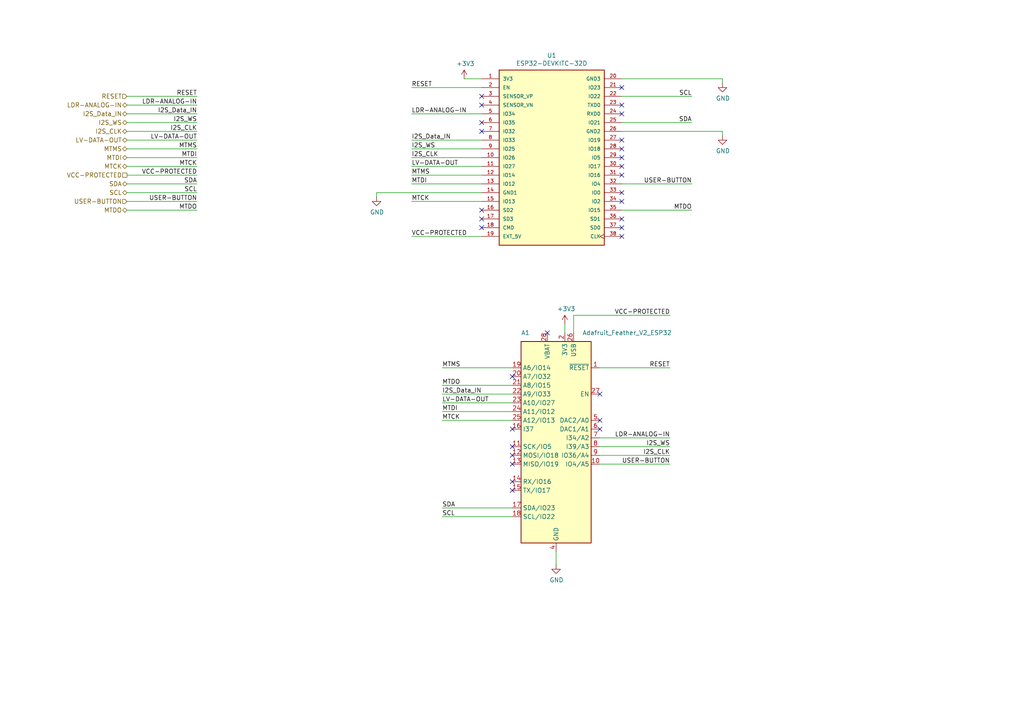
<source format=kicad_sch>
(kicad_sch (version 20211123) (generator eeschema)

  (uuid 92fc86c1-c938-4da6-b453-50182489c2ae)

  (paper "A4")

  (title_block
    (title "Pixelix")
    (date "2022-09-14")
    (rev "2.0")
    (comment 1 "Schneider, Niklas")
  )

  (lib_symbols
    (symbol "ESP32-DEVKITC-32D_new:ESP32-DEVKITC-32D" (pin_names (offset 1.016)) (in_bom yes) (on_board yes)
      (property "Reference" "U" (id 0) (at -15.2654 26.0604 0)
        (effects (font (size 1.27 1.27)) (justify left bottom))
      )
      (property "Value" "ESP32-DEVKITC-32D" (id 1) (at -15.2654 -27.9654 0)
        (effects (font (size 1.27 1.27)) (justify left bottom))
      )
      (property "Footprint" "MODULE_ESP32-DEVKITC-32D" (id 2) (at 0 0 0)
        (effects (font (size 1.27 1.27)) (justify left bottom) hide)
      )
      (property "Datasheet" "" (id 3) (at 0 0 0)
        (effects (font (size 1.27 1.27)) (justify left bottom) hide)
      )
      (property "MANUFACTURER" "Espressif Systems" (id 4) (at 0 0 0)
        (effects (font (size 1.27 1.27)) (justify left bottom) hide)
      )
      (property "PARTREV" "4" (id 5) (at 0 0 0)
        (effects (font (size 1.27 1.27)) (justify left bottom) hide)
      )
      (property "ki_locked" "" (id 6) (at 0 0 0)
        (effects (font (size 1.27 1.27)))
      )
      (symbol "ESP32-DEVKITC-32D_0_0"
        (rectangle (start -15.24 -25.4) (end 15.24 25.4)
          (stroke (width 0.254) (type default) (color 0 0 0 0))
          (fill (type background))
        )
        (pin power_in line (at -20.32 22.86 0) (length 5.08)
          (name "3V3" (effects (font (size 1.016 1.016))))
          (number "1" (effects (font (size 1.016 1.016))))
        )
        (pin bidirectional line (at -20.32 0 0) (length 5.08)
          (name "IO26" (effects (font (size 1.016 1.016))))
          (number "10" (effects (font (size 1.016 1.016))))
        )
        (pin bidirectional line (at -20.32 -2.54 0) (length 5.08)
          (name "IO27" (effects (font (size 1.016 1.016))))
          (number "11" (effects (font (size 1.016 1.016))))
        )
        (pin bidirectional line (at -20.32 -5.08 0) (length 5.08)
          (name "IO14" (effects (font (size 1.016 1.016))))
          (number "12" (effects (font (size 1.016 1.016))))
        )
        (pin bidirectional line (at -20.32 -7.62 0) (length 5.08)
          (name "IO12" (effects (font (size 1.016 1.016))))
          (number "13" (effects (font (size 1.016 1.016))))
        )
        (pin power_in line (at -20.32 -10.16 0) (length 5.08)
          (name "GND1" (effects (font (size 1.016 1.016))))
          (number "14" (effects (font (size 1.016 1.016))))
        )
        (pin bidirectional line (at -20.32 -12.7 0) (length 5.08)
          (name "IO13" (effects (font (size 1.016 1.016))))
          (number "15" (effects (font (size 1.016 1.016))))
        )
        (pin bidirectional line (at -20.32 -15.24 0) (length 5.08)
          (name "SD2" (effects (font (size 1.016 1.016))))
          (number "16" (effects (font (size 1.016 1.016))))
        )
        (pin bidirectional line (at -20.32 -17.78 0) (length 5.08)
          (name "SD3" (effects (font (size 1.016 1.016))))
          (number "17" (effects (font (size 1.016 1.016))))
        )
        (pin bidirectional line (at -20.32 -20.32 0) (length 5.08)
          (name "CMD" (effects (font (size 1.016 1.016))))
          (number "18" (effects (font (size 1.016 1.016))))
        )
        (pin power_in line (at -20.32 -22.86 0) (length 5.08)
          (name "EXT_5V" (effects (font (size 1.016 1.016))))
          (number "19" (effects (font (size 1.016 1.016))))
        )
        (pin input line (at -20.32 20.32 0) (length 5.08)
          (name "EN" (effects (font (size 1.016 1.016))))
          (number "2" (effects (font (size 1.016 1.016))))
        )
        (pin power_in line (at 20.32 22.86 180) (length 5.08)
          (name "GND3" (effects (font (size 1.016 1.016))))
          (number "20" (effects (font (size 1.016 1.016))))
        )
        (pin bidirectional line (at 20.32 20.32 180) (length 5.08)
          (name "IO23" (effects (font (size 1.016 1.016))))
          (number "21" (effects (font (size 1.016 1.016))))
        )
        (pin bidirectional line (at 20.32 17.78 180) (length 5.08)
          (name "IO22" (effects (font (size 1.016 1.016))))
          (number "22" (effects (font (size 1.016 1.016))))
        )
        (pin output line (at 20.32 15.24 180) (length 5.08)
          (name "TXD0" (effects (font (size 1.016 1.016))))
          (number "23" (effects (font (size 1.016 1.016))))
        )
        (pin input line (at 20.32 12.7 180) (length 5.08)
          (name "RXD0" (effects (font (size 1.016 1.016))))
          (number "24" (effects (font (size 1.016 1.016))))
        )
        (pin bidirectional line (at 20.32 10.16 180) (length 5.08)
          (name "IO21" (effects (font (size 1.016 1.016))))
          (number "25" (effects (font (size 1.016 1.016))))
        )
        (pin power_in line (at 20.32 7.62 180) (length 5.08)
          (name "GND2" (effects (font (size 1.016 1.016))))
          (number "26" (effects (font (size 1.016 1.016))))
        )
        (pin bidirectional line (at 20.32 5.08 180) (length 5.08)
          (name "IO19" (effects (font (size 1.016 1.016))))
          (number "27" (effects (font (size 1.016 1.016))))
        )
        (pin bidirectional line (at 20.32 2.54 180) (length 5.08)
          (name "IO18" (effects (font (size 1.016 1.016))))
          (number "28" (effects (font (size 1.016 1.016))))
        )
        (pin bidirectional line (at 20.32 0 180) (length 5.08)
          (name "IO5" (effects (font (size 1.016 1.016))))
          (number "29" (effects (font (size 1.016 1.016))))
        )
        (pin input line (at -20.32 17.78 0) (length 5.08)
          (name "SENSOR_VP" (effects (font (size 1.016 1.016))))
          (number "3" (effects (font (size 1.016 1.016))))
        )
        (pin bidirectional line (at 20.32 -2.54 180) (length 5.08)
          (name "IO17" (effects (font (size 1.016 1.016))))
          (number "30" (effects (font (size 1.016 1.016))))
        )
        (pin bidirectional line (at 20.32 -5.08 180) (length 5.08)
          (name "IO16" (effects (font (size 1.016 1.016))))
          (number "31" (effects (font (size 1.016 1.016))))
        )
        (pin bidirectional line (at 20.32 -7.62 180) (length 5.08)
          (name "IO4" (effects (font (size 1.016 1.016))))
          (number "32" (effects (font (size 1.016 1.016))))
        )
        (pin bidirectional line (at 20.32 -10.16 180) (length 5.08)
          (name "IO0" (effects (font (size 1.016 1.016))))
          (number "33" (effects (font (size 1.016 1.016))))
        )
        (pin bidirectional line (at 20.32 -12.7 180) (length 5.08)
          (name "IO2" (effects (font (size 1.016 1.016))))
          (number "34" (effects (font (size 1.016 1.016))))
        )
        (pin bidirectional line (at 20.32 -15.24 180) (length 5.08)
          (name "IO15" (effects (font (size 1.016 1.016))))
          (number "35" (effects (font (size 1.016 1.016))))
        )
        (pin bidirectional line (at 20.32 -17.78 180) (length 5.08)
          (name "SD1" (effects (font (size 1.016 1.016))))
          (number "36" (effects (font (size 1.016 1.016))))
        )
        (pin bidirectional line (at 20.32 -20.32 180) (length 5.08)
          (name "SD0" (effects (font (size 1.016 1.016))))
          (number "37" (effects (font (size 1.016 1.016))))
        )
        (pin input clock (at 20.32 -22.86 180) (length 5.08)
          (name "CLK" (effects (font (size 1.016 1.016))))
          (number "38" (effects (font (size 1.016 1.016))))
        )
        (pin input line (at -20.32 15.24 0) (length 5.08)
          (name "SENSOR_VN" (effects (font (size 1.016 1.016))))
          (number "4" (effects (font (size 1.016 1.016))))
        )
        (pin bidirectional line (at -20.32 12.7 0) (length 5.08)
          (name "IO34" (effects (font (size 1.016 1.016))))
          (number "5" (effects (font (size 1.016 1.016))))
        )
        (pin bidirectional line (at -20.32 10.16 0) (length 5.08)
          (name "IO35" (effects (font (size 1.016 1.016))))
          (number "6" (effects (font (size 1.016 1.016))))
        )
        (pin bidirectional line (at -20.32 7.62 0) (length 5.08)
          (name "IO32" (effects (font (size 1.016 1.016))))
          (number "7" (effects (font (size 1.016 1.016))))
        )
        (pin bidirectional line (at -20.32 5.08 0) (length 5.08)
          (name "IO33" (effects (font (size 1.016 1.016))))
          (number "8" (effects (font (size 1.016 1.016))))
        )
        (pin bidirectional line (at -20.32 2.54 0) (length 5.08)
          (name "IO25" (effects (font (size 1.016 1.016))))
          (number "9" (effects (font (size 1.016 1.016))))
        )
      )
    )
    (symbol "MCU_Module_Project:Adafruit_Feather_V2_ESP32" (in_bom yes) (on_board yes)
      (property "Reference" "A" (id 0) (at -10.16 29.21 0)
        (effects (font (size 1.27 1.27)) (justify left))
      )
      (property "Value" "Adafruit_Feather_V2_ESP32" (id 1) (at 7.62 29.21 0)
        (effects (font (size 1.27 1.27)) (justify left))
      )
      (property "Footprint" "Module:Adafruit_Feather" (id 2) (at 2.54 -34.29 0)
        (effects (font (size 1.27 1.27)) (justify left) hide)
      )
      (property "Datasheet" "https://cdn-learn.adafruit.com/downloads/pdf/adafruit-esp32-feather-v2.pdf" (id 3) (at 0 -30.48 0)
        (effects (font (size 1.27 1.27)) hide)
      )
      (property "ki_keywords" "Adafruit feather microcontroller module USB" (id 4) (at 0 0 0)
        (effects (font (size 1.27 1.27)) hide)
      )
      (property "ki_description" "Microcontroller module with ESP32 MCU" (id 5) (at 0 0 0)
        (effects (font (size 1.27 1.27)) hide)
      )
      (property "ki_fp_filters" "Adafruit*Feather*" (id 6) (at 0 0 0)
        (effects (font (size 1.27 1.27)) hide)
      )
      (symbol "Adafruit_Feather_V2_ESP32_0_1"
        (rectangle (start -10.16 27.94) (end 10.16 -30.48)
          (stroke (width 0.254) (type default) (color 0 0 0 0))
          (fill (type background))
        )
      )
      (symbol "Adafruit_Feather_V2_ESP32_1_1"
        (pin input line (at 12.7 20.32 180) (length 2.54)
          (name "~{RESET}" (effects (font (size 1.27 1.27))))
          (number "1" (effects (font (size 1.27 1.27))))
        )
        (pin bidirectional line (at 12.7 -7.62 180) (length 2.54)
          (name "IO4/A5" (effects (font (size 1.27 1.27))))
          (number "10" (effects (font (size 1.27 1.27))))
        )
        (pin bidirectional line (at -12.7 -2.54 0) (length 2.54)
          (name "SCK/IO5" (effects (font (size 1.27 1.27))))
          (number "11" (effects (font (size 1.27 1.27))))
        )
        (pin bidirectional line (at -12.7 -5.08 0) (length 2.54)
          (name "MOSI/IO18" (effects (font (size 1.27 1.27))))
          (number "12" (effects (font (size 1.27 1.27))))
        )
        (pin bidirectional line (at -12.7 -7.62 0) (length 2.54)
          (name "MISO/IO19" (effects (font (size 1.27 1.27))))
          (number "13" (effects (font (size 1.27 1.27))))
        )
        (pin bidirectional line (at -12.7 -12.7 0) (length 2.54)
          (name "RX/IO16" (effects (font (size 1.27 1.27))))
          (number "14" (effects (font (size 1.27 1.27))))
        )
        (pin bidirectional line (at -12.7 -15.24 0) (length 2.54)
          (name "TX/IO17" (effects (font (size 1.27 1.27))))
          (number "15" (effects (font (size 1.27 1.27))))
        )
        (pin bidirectional line (at -12.7 2.54 0) (length 2.54)
          (name "I37" (effects (font (size 1.27 1.27))))
          (number "16" (effects (font (size 1.27 1.27))))
        )
        (pin bidirectional line (at -12.7 -20.32 0) (length 2.54)
          (name "SDA/IO23" (effects (font (size 1.27 1.27))))
          (number "17" (effects (font (size 1.27 1.27))))
        )
        (pin bidirectional line (at -12.7 -22.86 0) (length 2.54)
          (name "SCL/IO22" (effects (font (size 1.27 1.27))))
          (number "18" (effects (font (size 1.27 1.27))))
        )
        (pin bidirectional line (at -12.7 20.32 0) (length 2.54)
          (name "A6/IO14" (effects (font (size 1.27 1.27))))
          (number "19" (effects (font (size 1.27 1.27))))
        )
        (pin power_in line (at 2.54 30.48 270) (length 2.54)
          (name "3V3" (effects (font (size 1.27 1.27))))
          (number "2" (effects (font (size 1.27 1.27))))
        )
        (pin bidirectional line (at -12.7 17.78 0) (length 2.54)
          (name "A7/IO32" (effects (font (size 1.27 1.27))))
          (number "20" (effects (font (size 1.27 1.27))))
        )
        (pin bidirectional line (at -12.7 15.24 0) (length 2.54)
          (name "A8/IO15" (effects (font (size 1.27 1.27))))
          (number "21" (effects (font (size 1.27 1.27))))
        )
        (pin bidirectional line (at -12.7 12.7 0) (length 2.54)
          (name "A9/IO33" (effects (font (size 1.27 1.27))))
          (number "22" (effects (font (size 1.27 1.27))))
        )
        (pin bidirectional line (at -12.7 10.16 0) (length 2.54)
          (name "A10/IO27" (effects (font (size 1.27 1.27))))
          (number "23" (effects (font (size 1.27 1.27))))
        )
        (pin bidirectional line (at -12.7 7.62 0) (length 2.54)
          (name "A11/IO12" (effects (font (size 1.27 1.27))))
          (number "24" (effects (font (size 1.27 1.27))))
        )
        (pin bidirectional line (at -12.7 5.08 0) (length 2.54)
          (name "A12/IO13" (effects (font (size 1.27 1.27))))
          (number "25" (effects (font (size 1.27 1.27))))
        )
        (pin power_in line (at 5.08 30.48 270) (length 2.54)
          (name "USB" (effects (font (size 1.27 1.27))))
          (number "26" (effects (font (size 1.27 1.27))))
        )
        (pin input line (at 12.7 12.7 180) (length 2.54)
          (name "EN" (effects (font (size 1.27 1.27))))
          (number "27" (effects (font (size 1.27 1.27))))
        )
        (pin power_in line (at -2.54 30.48 270) (length 2.54)
          (name "VBAT" (effects (font (size 1.27 1.27))))
          (number "28" (effects (font (size 1.27 1.27))))
        )
        (pin no_connect line (at 10.16 10.16 180) (length 2.54) hide
          (name "NC" (effects (font (size 1.27 1.27))))
          (number "3" (effects (font (size 1.27 1.27))))
        )
        (pin power_in line (at 0 -33.02 90) (length 2.54)
          (name "GND" (effects (font (size 1.27 1.27))))
          (number "4" (effects (font (size 1.27 1.27))))
        )
        (pin bidirectional line (at 12.7 5.08 180) (length 2.54)
          (name "DAC2/A0" (effects (font (size 1.27 1.27))))
          (number "5" (effects (font (size 1.27 1.27))))
        )
        (pin bidirectional line (at 12.7 2.54 180) (length 2.54)
          (name "DAC1/A1" (effects (font (size 1.27 1.27))))
          (number "6" (effects (font (size 1.27 1.27))))
        )
        (pin bidirectional line (at 12.7 0 180) (length 2.54)
          (name "I34/A2" (effects (font (size 1.27 1.27))))
          (number "7" (effects (font (size 1.27 1.27))))
        )
        (pin bidirectional line (at 12.7 -2.54 180) (length 2.54)
          (name "I39/A3" (effects (font (size 1.27 1.27))))
          (number "8" (effects (font (size 1.27 1.27))))
        )
        (pin bidirectional line (at 12.7 -5.08 180) (length 2.54)
          (name "IO36/A4" (effects (font (size 1.27 1.27))))
          (number "9" (effects (font (size 1.27 1.27))))
        )
      )
    )
    (symbol "power:+3V3" (power) (pin_names (offset 0)) (in_bom yes) (on_board yes)
      (property "Reference" "#PWR" (id 0) (at 0 -3.81 0)
        (effects (font (size 1.27 1.27)) hide)
      )
      (property "Value" "+3V3" (id 1) (at 0 3.556 0)
        (effects (font (size 1.27 1.27)))
      )
      (property "Footprint" "" (id 2) (at 0 0 0)
        (effects (font (size 1.27 1.27)) hide)
      )
      (property "Datasheet" "" (id 3) (at 0 0 0)
        (effects (font (size 1.27 1.27)) hide)
      )
      (property "ki_keywords" "power-flag" (id 4) (at 0 0 0)
        (effects (font (size 1.27 1.27)) hide)
      )
      (property "ki_description" "Power symbol creates a global label with name \"+3V3\"" (id 5) (at 0 0 0)
        (effects (font (size 1.27 1.27)) hide)
      )
      (symbol "+3V3_0_1"
        (polyline
          (pts
            (xy -0.762 1.27)
            (xy 0 2.54)
          )
          (stroke (width 0) (type default) (color 0 0 0 0))
          (fill (type none))
        )
        (polyline
          (pts
            (xy 0 0)
            (xy 0 2.54)
          )
          (stroke (width 0) (type default) (color 0 0 0 0))
          (fill (type none))
        )
        (polyline
          (pts
            (xy 0 2.54)
            (xy 0.762 1.27)
          )
          (stroke (width 0) (type default) (color 0 0 0 0))
          (fill (type none))
        )
      )
      (symbol "+3V3_1_1"
        (pin power_in line (at 0 0 90) (length 0) hide
          (name "+3V3" (effects (font (size 1.27 1.27))))
          (number "1" (effects (font (size 1.27 1.27))))
        )
      )
    )
    (symbol "power:GND" (power) (pin_names (offset 0)) (in_bom yes) (on_board yes)
      (property "Reference" "#PWR" (id 0) (at 0 -6.35 0)
        (effects (font (size 1.27 1.27)) hide)
      )
      (property "Value" "GND" (id 1) (at 0 -3.81 0)
        (effects (font (size 1.27 1.27)))
      )
      (property "Footprint" "" (id 2) (at 0 0 0)
        (effects (font (size 1.27 1.27)) hide)
      )
      (property "Datasheet" "" (id 3) (at 0 0 0)
        (effects (font (size 1.27 1.27)) hide)
      )
      (property "ki_keywords" "power-flag" (id 4) (at 0 0 0)
        (effects (font (size 1.27 1.27)) hide)
      )
      (property "ki_description" "Power symbol creates a global label with name \"GND\" , ground" (id 5) (at 0 0 0)
        (effects (font (size 1.27 1.27)) hide)
      )
      (symbol "GND_0_1"
        (polyline
          (pts
            (xy 0 0)
            (xy 0 -1.27)
            (xy 1.27 -1.27)
            (xy 0 -2.54)
            (xy -1.27 -1.27)
            (xy 0 -1.27)
          )
          (stroke (width 0) (type default) (color 0 0 0 0))
          (fill (type none))
        )
      )
      (symbol "GND_1_1"
        (pin power_in line (at 0 0 270) (length 0) hide
          (name "GND" (effects (font (size 1.27 1.27))))
          (number "1" (effects (font (size 1.27 1.27))))
        )
      )
    )
  )


  (no_connect (at 180.34 33.02) (uuid 04ca1e89-7c5d-4408-912f-8dfa11c34742))
  (no_connect (at 139.7 66.04) (uuid 14cc674a-e71f-42c1-8996-e3d1c10b4388))
  (no_connect (at 148.59 132.08) (uuid 1c2bb362-c5d1-47b4-ba3a-18061cedd258))
  (no_connect (at 173.99 114.3) (uuid 1ceccdfe-725a-461d-936b-211534a84e06))
  (no_connect (at 180.34 50.8) (uuid 2b70e678-7806-4679-9ac4-c564289379f8))
  (no_connect (at 180.34 63.5) (uuid 2d03b6c5-0e7a-4331-a324-5aa9af74055a))
  (no_connect (at 148.59 139.7) (uuid 3724e910-4ee5-4a07-aea9-c8dd86ec4314))
  (no_connect (at 180.34 58.42) (uuid 387658b2-a7a4-411c-9b77-fe33279dadb2))
  (no_connect (at 139.7 30.48) (uuid 3bd45bf6-1ffb-446b-938b-00d101972b73))
  (no_connect (at 180.34 66.04) (uuid 3c67a3db-995c-4d43-aa47-dc779df5b4ac))
  (no_connect (at 173.99 121.92) (uuid 40e95ff3-f410-4bd7-ba28-7bf9188a12e4))
  (no_connect (at 173.99 124.46) (uuid 40e95ff3-f410-4bd7-ba28-7bf9188a12e5))
  (no_connect (at 180.34 55.88) (uuid 43c94fa6-e915-42b8-bff8-577e3d0a7174))
  (no_connect (at 139.7 60.96) (uuid 50f47e45-6bd5-44e1-b720-905518236788))
  (no_connect (at 180.34 30.48) (uuid 5657fe23-b45d-47d4-b7bb-a372fed3830b))
  (no_connect (at 139.7 63.5) (uuid 6474abbe-723e-4810-bc21-f071cdf93c1d))
  (no_connect (at 139.7 27.94) (uuid 6f86e8ea-6883-48f2-a6b4-6bcccc653b3d))
  (no_connect (at 139.7 35.56) (uuid 8c22cddb-eeff-4baa-b944-0ddfca607719))
  (no_connect (at 148.59 109.22) (uuid 8fcd7bac-8660-4024-8ce3-3a1d69f24818))
  (no_connect (at 180.34 48.26) (uuid 9ca25690-4a5c-4133-8f73-fb791ffc6c73))
  (no_connect (at 148.59 124.46) (uuid 9d948440-30be-4aac-81f9-a891c5254093))
  (no_connect (at 180.34 45.72) (uuid b67a689b-6266-42fb-9b64-b8c4433eb93f))
  (no_connect (at 148.59 134.62) (uuid b7200f00-7440-4b1f-a87b-38fe39dae948))
  (no_connect (at 148.59 129.54) (uuid bf28b518-8fd4-42d3-9495-651c365eee20))
  (no_connect (at 148.59 142.24) (uuid c0822ada-510a-48b9-9b39-1595bec03442))
  (no_connect (at 180.34 43.18) (uuid cd9b81a2-b79a-4244-9ac0-c62e254036a3))
  (no_connect (at 139.7 38.1) (uuid d29f5640-8cc0-4562-ad08-b8058402a8c8))
  (no_connect (at 158.75 96.52) (uuid d9734f12-1363-451c-b51b-d044389d1332))
  (no_connect (at 180.34 68.58) (uuid da997e41-bfb2-45c4-8d70-84c56750ade2))
  (no_connect (at 180.34 40.64) (uuid e15e244f-337b-4568-afba-cb48208e8855))
  (no_connect (at 180.34 25.4) (uuid f9032590-fd04-446e-ab06-2a94c8103de7))

  (wire (pts (xy 57.15 60.96) (xy 36.83 60.96))
    (stroke (width 0) (type default) (color 0 0 0 0))
    (uuid 1285a37f-41b7-46ca-80f7-915e77e0e01f)
  )
  (wire (pts (xy 128.27 121.92) (xy 148.59 121.92))
    (stroke (width 0) (type default) (color 0 0 0 0))
    (uuid 14604585-0846-4992-9ac2-19f9894160e8)
  )
  (wire (pts (xy 139.7 58.42) (xy 119.38 58.42))
    (stroke (width 0) (type default) (color 0 0 0 0))
    (uuid 159d10ae-3d84-4d21-a312-e42d84463192)
  )
  (wire (pts (xy 200.66 35.56) (xy 180.34 35.56))
    (stroke (width 0) (type default) (color 0 0 0 0))
    (uuid 1993bbe8-e6b2-440f-9001-e94fa0a7805a)
  )
  (wire (pts (xy 57.15 55.88) (xy 36.83 55.88))
    (stroke (width 0) (type default) (color 0 0 0 0))
    (uuid 1b758806-ee8a-4331-9306-b4ad85001704)
  )
  (wire (pts (xy 148.59 114.3) (xy 128.27 114.3))
    (stroke (width 0) (type default) (color 0 0 0 0))
    (uuid 1c648539-eae2-4180-8763-c4fb1ccee44c)
  )
  (wire (pts (xy 166.37 91.44) (xy 166.37 96.52))
    (stroke (width 0) (type default) (color 0 0 0 0))
    (uuid 25ec060d-1055-47ee-8353-248e0a0bf110)
  )
  (wire (pts (xy 128.27 119.38) (xy 148.59 119.38))
    (stroke (width 0) (type default) (color 0 0 0 0))
    (uuid 2958d1c2-5e95-40c2-a135-143db5d0f837)
  )
  (wire (pts (xy 139.7 50.8) (xy 119.38 50.8))
    (stroke (width 0) (type default) (color 0 0 0 0))
    (uuid 2c1768f4-d5af-4b67-9275-3ef489ddd821)
  )
  (wire (pts (xy 57.15 45.72) (xy 36.83 45.72))
    (stroke (width 0) (type default) (color 0 0 0 0))
    (uuid 2e074083-07c5-46ae-90c0-d513c17047b7)
  )
  (wire (pts (xy 57.15 58.42) (xy 36.83 58.42))
    (stroke (width 0) (type default) (color 0 0 0 0))
    (uuid 3456194f-745c-4a39-a0fd-fb7c42121b52)
  )
  (wire (pts (xy 139.7 25.4) (xy 119.38 25.4))
    (stroke (width 0) (type default) (color 0 0 0 0))
    (uuid 376a20bc-00e4-4fec-a45a-3010ad460297)
  )
  (wire (pts (xy 57.15 30.48) (xy 36.83 30.48))
    (stroke (width 0) (type default) (color 0 0 0 0))
    (uuid 38834d9d-fa89-43c9-969d-cd7045771d53)
  )
  (wire (pts (xy 57.15 50.8) (xy 36.83 50.8))
    (stroke (width 0) (type default) (color 0 0 0 0))
    (uuid 3a1184de-39da-456d-a308-e8574cd2fa59)
  )
  (wire (pts (xy 209.55 24.13) (xy 209.55 22.86))
    (stroke (width 0) (type default) (color 0 0 0 0))
    (uuid 3b3cfa17-d6ac-46c1-b6c1-6a4067b2d1f3)
  )
  (wire (pts (xy 166.37 91.44) (xy 194.31 91.44))
    (stroke (width 0) (type default) (color 0 0 0 0))
    (uuid 3f248ae9-d532-4f39-8cf4-002736534383)
  )
  (wire (pts (xy 139.7 43.18) (xy 119.38 43.18))
    (stroke (width 0) (type default) (color 0 0 0 0))
    (uuid 496b2836-ffb3-4594-b2fd-a051b962befe)
  )
  (wire (pts (xy 200.66 53.34) (xy 180.34 53.34))
    (stroke (width 0) (type default) (color 0 0 0 0))
    (uuid 4a75fde4-ea80-4838-b6b2-42d27d0eb1fc)
  )
  (wire (pts (xy 139.7 33.02) (xy 119.38 33.02))
    (stroke (width 0) (type default) (color 0 0 0 0))
    (uuid 50ba84ce-707f-4cdc-9745-a631931dad61)
  )
  (wire (pts (xy 57.15 43.18) (xy 36.83 43.18))
    (stroke (width 0) (type default) (color 0 0 0 0))
    (uuid 552ee70e-ad86-4afe-a532-e91f5d0b55de)
  )
  (wire (pts (xy 57.15 35.56) (xy 36.83 35.56))
    (stroke (width 0) (type default) (color 0 0 0 0))
    (uuid 557139ee-5b6f-4998-8667-ec3025aefd8d)
  )
  (wire (pts (xy 128.27 147.32) (xy 148.59 147.32))
    (stroke (width 0) (type default) (color 0 0 0 0))
    (uuid 61e04839-2c24-4920-815d-03e7e4e62782)
  )
  (wire (pts (xy 128.27 111.76) (xy 148.59 111.76))
    (stroke (width 0) (type default) (color 0 0 0 0))
    (uuid 6215e4fb-5af7-4a33-8752-287806ed6fbb)
  )
  (wire (pts (xy 194.31 134.62) (xy 173.99 134.62))
    (stroke (width 0) (type default) (color 0 0 0 0))
    (uuid 64f00d1b-b00d-4de5-b9c9-61f47a6fb993)
  )
  (wire (pts (xy 109.22 57.15) (xy 109.22 55.88))
    (stroke (width 0) (type default) (color 0 0 0 0))
    (uuid 68408cb1-0f6c-4978-b94b-063167f9ba38)
  )
  (wire (pts (xy 209.55 39.37) (xy 209.55 38.1))
    (stroke (width 0) (type default) (color 0 0 0 0))
    (uuid 6afa334a-43af-403e-83f1-437719566348)
  )
  (wire (pts (xy 57.15 48.26) (xy 36.83 48.26))
    (stroke (width 0) (type default) (color 0 0 0 0))
    (uuid 6bca6c63-3599-4fe7-8cca-d982212e6e6a)
  )
  (wire (pts (xy 57.15 27.94) (xy 36.83 27.94))
    (stroke (width 0) (type default) (color 0 0 0 0))
    (uuid 7b5d607a-8ea2-40fb-97d3-ce884528a17b)
  )
  (wire (pts (xy 139.7 45.72) (xy 119.38 45.72))
    (stroke (width 0) (type default) (color 0 0 0 0))
    (uuid 7d2d2409-72ad-4218-8aff-e75d4979c533)
  )
  (wire (pts (xy 163.83 93.98) (xy 163.83 96.52))
    (stroke (width 0) (type default) (color 0 0 0 0))
    (uuid 85f58bf0-def5-4da6-9f63-7fb8ce59cf9d)
  )
  (wire (pts (xy 209.55 38.1) (xy 180.34 38.1))
    (stroke (width 0) (type default) (color 0 0 0 0))
    (uuid 87b43059-ffcf-4275-ac5c-182bd00c2660)
  )
  (wire (pts (xy 134.62 22.86) (xy 139.7 22.86))
    (stroke (width 0) (type default) (color 0 0 0 0))
    (uuid 8fcdd999-0d57-463c-8c09-fd6c8c01e6a9)
  )
  (wire (pts (xy 57.15 38.1) (xy 36.83 38.1))
    (stroke (width 0) (type default) (color 0 0 0 0))
    (uuid 94748657-3a6d-4d2b-84dc-1ade6e2ee586)
  )
  (wire (pts (xy 200.66 60.96) (xy 180.34 60.96))
    (stroke (width 0) (type default) (color 0 0 0 0))
    (uuid 94d98ebe-8494-43fa-8800-4b50d924de38)
  )
  (wire (pts (xy 194.31 132.08) (xy 173.99 132.08))
    (stroke (width 0) (type default) (color 0 0 0 0))
    (uuid 96d0f640-0ab1-43ba-af35-8b986b6469ee)
  )
  (wire (pts (xy 128.27 116.84) (xy 148.59 116.84))
    (stroke (width 0) (type default) (color 0 0 0 0))
    (uuid 96e9793c-5ac7-491b-b9fe-ea1c92f3290a)
  )
  (wire (pts (xy 139.7 48.26) (xy 119.38 48.26))
    (stroke (width 0) (type default) (color 0 0 0 0))
    (uuid 9c9f6838-623e-4c93-b412-d60b358aa194)
  )
  (wire (pts (xy 57.15 40.64) (xy 36.83 40.64))
    (stroke (width 0) (type default) (color 0 0 0 0))
    (uuid 9fe36b4b-7f4c-4096-a3f5-750f30290ab6)
  )
  (wire (pts (xy 109.22 55.88) (xy 139.7 55.88))
    (stroke (width 0) (type default) (color 0 0 0 0))
    (uuid a509efe6-fedc-4b61-9780-7d51f422aede)
  )
  (wire (pts (xy 139.7 40.64) (xy 119.38 40.64))
    (stroke (width 0) (type default) (color 0 0 0 0))
    (uuid b17d6ac8-4686-4a66-a8c8-e3b26724d477)
  )
  (wire (pts (xy 173.99 127) (xy 194.31 127))
    (stroke (width 0) (type default) (color 0 0 0 0))
    (uuid b4b7d9ca-7f3a-4f02-8aac-807d78f60254)
  )
  (wire (pts (xy 128.27 106.68) (xy 148.59 106.68))
    (stroke (width 0) (type default) (color 0 0 0 0))
    (uuid ce0b3f9d-a1a2-4662-af20-eca8d109cba3)
  )
  (wire (pts (xy 209.55 22.86) (xy 180.34 22.86))
    (stroke (width 0) (type default) (color 0 0 0 0))
    (uuid d12b702f-5b15-4f7d-b37f-8091f914b4ba)
  )
  (wire (pts (xy 139.7 53.34) (xy 119.38 53.34))
    (stroke (width 0) (type default) (color 0 0 0 0))
    (uuid d274ee6b-0d8a-42f0-8448-0feb0df375dd)
  )
  (wire (pts (xy 161.29 160.02) (xy 161.29 163.83))
    (stroke (width 0) (type default) (color 0 0 0 0))
    (uuid d3eab2a2-2ab8-433f-a410-338e14a37679)
  )
  (wire (pts (xy 57.15 53.34) (xy 36.83 53.34))
    (stroke (width 0) (type default) (color 0 0 0 0))
    (uuid d76d6a81-14ca-478a-9546-0a9ddfefd643)
  )
  (wire (pts (xy 194.31 106.68) (xy 173.99 106.68))
    (stroke (width 0) (type default) (color 0 0 0 0))
    (uuid d827e854-da27-4f25-b3ff-064cfa683378)
  )
  (wire (pts (xy 194.31 129.54) (xy 173.99 129.54))
    (stroke (width 0) (type default) (color 0 0 0 0))
    (uuid dfae87f1-5fd9-42df-a846-913525c78fd3)
  )
  (wire (pts (xy 200.66 27.94) (xy 180.34 27.94))
    (stroke (width 0) (type default) (color 0 0 0 0))
    (uuid eb19241e-6cbd-401a-8a2c-ff6fad9e7312)
  )
  (wire (pts (xy 57.15 33.02) (xy 36.83 33.02))
    (stroke (width 0) (type default) (color 0 0 0 0))
    (uuid edf70542-eed2-4f36-a964-011c2cf5c969)
  )
  (wire (pts (xy 139.7 68.58) (xy 119.38 68.58))
    (stroke (width 0) (type default) (color 0 0 0 0))
    (uuid ee66e083-192c-4531-9aca-1042203c45d4)
  )
  (wire (pts (xy 128.27 149.86) (xy 148.59 149.86))
    (stroke (width 0) (type default) (color 0 0 0 0))
    (uuid f331446d-1c55-4033-aaba-8fbff200de51)
  )

  (label "MTMS" (at 119.38 50.8 0)
    (effects (font (size 1.27 1.27)) (justify left bottom))
    (uuid 0465767d-150e-4b66-9613-0a233021109c)
  )
  (label "I2S_CLK" (at 194.31 132.08 180)
    (effects (font (size 1.27 1.27)) (justify right bottom))
    (uuid 060fae67-b9cc-441c-937b-a9a3c590b351)
  )
  (label "MTCK" (at 128.27 121.92 0)
    (effects (font (size 1.27 1.27)) (justify left bottom))
    (uuid 0645fbe1-ed6b-4a78-a160-c9b13571f1a1)
  )
  (label "LDR-ANALOG-IN" (at 57.15 30.48 180)
    (effects (font (size 1.27 1.27)) (justify right bottom))
    (uuid 0e2ed4a3-c1d2-4459-b2a9-e54217e2be7d)
  )
  (label "SDA" (at 128.27 147.32 0)
    (effects (font (size 1.27 1.27)) (justify left bottom))
    (uuid 1809a0c5-f820-4670-9fa5-541e76dca861)
  )
  (label "RESET" (at 194.31 106.68 180)
    (effects (font (size 1.27 1.27)) (justify right bottom))
    (uuid 19717edf-270f-4bbf-ba8d-eceedce59647)
  )
  (label "I2S_Data_IN" (at 57.15 33.02 180)
    (effects (font (size 1.27 1.27)) (justify right bottom))
    (uuid 1e314b3c-0aac-4648-9bac-8edbbf16ca35)
  )
  (label "MTCK" (at 119.38 58.42 0)
    (effects (font (size 1.27 1.27)) (justify left bottom))
    (uuid 297e7e34-369d-4b1e-9103-a81d128aebc2)
  )
  (label "I2S_Data_IN" (at 128.27 114.3 0)
    (effects (font (size 1.27 1.27)) (justify left bottom))
    (uuid 2a48aa64-4351-45ae-aa07-9c33fc233226)
  )
  (label "MTMS" (at 128.27 106.68 0)
    (effects (font (size 1.27 1.27)) (justify left bottom))
    (uuid 387c8e5e-5abe-4822-924a-23c438ff131a)
  )
  (label "I2S_CLK" (at 57.15 38.1 180)
    (effects (font (size 1.27 1.27)) (justify right bottom))
    (uuid 39dc8803-c497-4727-85fc-f85a70e80606)
  )
  (label "RESET" (at 119.38 25.4 0)
    (effects (font (size 1.27 1.27)) (justify left bottom))
    (uuid 3a9ec6f5-42c9-460b-a3c4-658a3b198791)
  )
  (label "MTDO" (at 57.15 60.96 180)
    (effects (font (size 1.27 1.27)) (justify right bottom))
    (uuid 3e0d5127-db3e-4821-94e1-ba8f97b66cff)
  )
  (label "MTDO" (at 200.66 60.96 180)
    (effects (font (size 1.27 1.27)) (justify right bottom))
    (uuid 505301f9-1143-4888-9334-3253b0038db2)
  )
  (label "I2S_CLK" (at 119.38 45.72 0)
    (effects (font (size 1.27 1.27)) (justify left bottom))
    (uuid 555426f4-f454-4109-984c-f2ffd16d7960)
  )
  (label "LDR-ANALOG-IN" (at 194.31 127 180)
    (effects (font (size 1.27 1.27)) (justify right bottom))
    (uuid 607b5489-87ee-4e13-aa70-8562a43ba15d)
  )
  (label "SDA" (at 200.66 35.56 180)
    (effects (font (size 1.27 1.27)) (justify right bottom))
    (uuid 672ee9a9-7ce6-4ed0-9c0b-a8e763e92c94)
  )
  (label "I2S_Data_IN" (at 119.38 40.64 0)
    (effects (font (size 1.27 1.27)) (justify left bottom))
    (uuid 700d0969-72d8-4906-84b8-a51b4dde7510)
  )
  (label "MTDI" (at 119.38 53.34 0)
    (effects (font (size 1.27 1.27)) (justify left bottom))
    (uuid 7a6630c0-62ed-413c-8fc3-06e81f6c1142)
  )
  (label "LV-DATA-OUT" (at 119.38 48.26 0)
    (effects (font (size 1.27 1.27)) (justify left bottom))
    (uuid 7a8e9cfc-d025-4700-9542-a935d1e1349a)
  )
  (label "MTDI" (at 128.27 119.38 0)
    (effects (font (size 1.27 1.27)) (justify left bottom))
    (uuid 7de9cc73-df06-401e-8b9b-35efcfc68334)
  )
  (label "USER-BUTTON" (at 57.15 58.42 180)
    (effects (font (size 1.27 1.27)) (justify right bottom))
    (uuid 8087a4f2-7c34-4330-8e6f-fc7362d381cc)
  )
  (label "SDA" (at 57.15 53.34 180)
    (effects (font (size 1.27 1.27)) (justify right bottom))
    (uuid 928d6c0b-d0de-49f6-9749-2bf0a1d69933)
  )
  (label "VCC-PROTECTED" (at 194.31 91.44 180)
    (effects (font (size 1.27 1.27)) (justify right bottom))
    (uuid 978533c2-c5a5-4ceb-87aa-35cfca833ac9)
  )
  (label "MTMS" (at 57.15 43.18 180)
    (effects (font (size 1.27 1.27)) (justify right bottom))
    (uuid 993a2e26-7dcb-441c-a320-517473212cf3)
  )
  (label "VCC-PROTECTED" (at 119.38 68.58 0)
    (effects (font (size 1.27 1.27)) (justify left bottom))
    (uuid a115fc9a-6fb4-4a73-91f7-2b54409f6cde)
  )
  (label "MTDO" (at 128.27 111.76 0)
    (effects (font (size 1.27 1.27)) (justify left bottom))
    (uuid acaa12eb-4426-407c-9d9c-57326e909103)
  )
  (label "USER-BUTTON" (at 200.66 53.34 180)
    (effects (font (size 1.27 1.27)) (justify right bottom))
    (uuid b3f59e9b-42bb-43bc-b4ac-077e6080b1fd)
  )
  (label "I2S_WS" (at 194.31 129.54 180)
    (effects (font (size 1.27 1.27)) (justify right bottom))
    (uuid c1ac7c1e-e4ed-4afa-9e94-4e335b1975ee)
  )
  (label "MTDI" (at 57.15 45.72 180)
    (effects (font (size 1.27 1.27)) (justify right bottom))
    (uuid c3914bd8-a200-4bae-910e-a299a5fabc64)
  )
  (label "I2S_WS" (at 57.15 35.56 180)
    (effects (font (size 1.27 1.27)) (justify right bottom))
    (uuid c66c5030-4528-4540-9bb8-412470580473)
  )
  (label "LV-DATA-OUT" (at 57.15 40.64 180)
    (effects (font (size 1.27 1.27)) (justify right bottom))
    (uuid c795db49-73ea-4c13-8bce-7fa792b11476)
  )
  (label "SCL" (at 200.66 27.94 180)
    (effects (font (size 1.27 1.27)) (justify right bottom))
    (uuid c9d2d6f3-f664-43fc-be24-b6af81f26374)
  )
  (label "SCL" (at 128.27 149.86 0)
    (effects (font (size 1.27 1.27)) (justify left bottom))
    (uuid ce923fb0-93d6-48f0-a3da-3c5a1b280269)
  )
  (label "LDR-ANALOG-IN" (at 119.38 33.02 0)
    (effects (font (size 1.27 1.27)) (justify left bottom))
    (uuid d59af310-5adb-4481-a638-bfce847fe58d)
  )
  (label "VCC-PROTECTED" (at 57.15 50.8 180)
    (effects (font (size 1.27 1.27)) (justify right bottom))
    (uuid d7d17a9d-b554-4f08-859c-c565d22eea36)
  )
  (label "MTCK" (at 57.15 48.26 180)
    (effects (font (size 1.27 1.27)) (justify right bottom))
    (uuid deb5ff00-2452-410d-9a92-ec8cac430f84)
  )
  (label "SCL" (at 57.15 55.88 180)
    (effects (font (size 1.27 1.27)) (justify right bottom))
    (uuid e23d691d-bb7c-4932-9f19-06dbd3eed963)
  )
  (label "I2S_WS" (at 119.38 43.18 0)
    (effects (font (size 1.27 1.27)) (justify left bottom))
    (uuid e535a70c-5bb6-404a-952e-b61d14b4a727)
  )
  (label "RESET" (at 57.15 27.94 180)
    (effects (font (size 1.27 1.27)) (justify right bottom))
    (uuid e780091c-31a5-41b5-8570-a28d94957a18)
  )
  (label "LV-DATA-OUT" (at 128.27 116.84 0)
    (effects (font (size 1.27 1.27)) (justify left bottom))
    (uuid ec90750a-9c20-4119-b885-4bb6adf070ea)
  )
  (label "USER-BUTTON" (at 194.31 134.62 180)
    (effects (font (size 1.27 1.27)) (justify right bottom))
    (uuid fb435013-bec5-46e0-bae8-09e53721f3f2)
  )

  (hierarchical_label "RESET" (shape input) (at 36.83 27.94 180)
    (effects (font (size 1.27 1.27)) (justify right))
    (uuid 1006bd9b-8b47-451b-99a2-8e4897c859ec)
  )
  (hierarchical_label "I2S_CLK" (shape bidirectional) (at 36.83 38.1 180)
    (effects (font (size 1.27 1.27)) (justify right))
    (uuid 1101c279-c974-4608-887a-5c3c1b84ec75)
  )
  (hierarchical_label "SCL" (shape bidirectional) (at 36.83 55.88 180)
    (effects (font (size 1.27 1.27)) (justify right))
    (uuid 1539672b-84a6-4940-b9ef-45d58d89eab4)
  )
  (hierarchical_label "USER-BUTTON" (shape input) (at 36.83 58.42 180)
    (effects (font (size 1.27 1.27)) (justify right))
    (uuid 275ebf2f-0776-41fd-8290-141be73b07db)
  )
  (hierarchical_label "MTDO" (shape bidirectional) (at 36.83 60.96 180)
    (effects (font (size 1.27 1.27)) (justify right))
    (uuid 2dafe34f-2bfd-4bbf-abf5-0c0e4f5cd0c2)
  )
  (hierarchical_label "I2S_WS" (shape bidirectional) (at 36.83 35.56 180)
    (effects (font (size 1.27 1.27)) (justify right))
    (uuid 694b6942-41b0-4e63-8aed-df2ca65ef345)
  )
  (hierarchical_label "MTMS" (shape bidirectional) (at 36.83 43.18 180)
    (effects (font (size 1.27 1.27)) (justify right))
    (uuid a2a62a72-7f7d-4d2b-8ea7-884c0dc7d457)
  )
  (hierarchical_label "I2S_Data_IN" (shape bidirectional) (at 36.83 33.02 180)
    (effects (font (size 1.27 1.27)) (justify right))
    (uuid b27c2af0-0deb-4e2d-8e94-517f13b0e4cd)
  )
  (hierarchical_label "SDA" (shape bidirectional) (at 36.83 53.34 180)
    (effects (font (size 1.27 1.27)) (justify right))
    (uuid c3616178-83d6-4dac-9d50-579e1c82150d)
  )
  (hierarchical_label "MTCK" (shape bidirectional) (at 36.83 48.26 180)
    (effects (font (size 1.27 1.27)) (justify right))
    (uuid cf2ebf22-0b75-41b1-acd7-e13b16ea402d)
  )
  (hierarchical_label "LDR-ANALOG-IN" (shape bidirectional) (at 36.83 30.48 180)
    (effects (font (size 1.27 1.27)) (justify right))
    (uuid dc36c7c7-5b87-4818-be97-23409f112341)
  )
  (hierarchical_label "VCC-PROTECTED" (shape passive) (at 36.83 50.8 180)
    (effects (font (size 1.27 1.27)) (justify right))
    (uuid dfb3b46c-a9fa-4dda-8fe6-c9c12e5955d4)
  )
  (hierarchical_label "LV-DATA-OUT" (shape bidirectional) (at 36.83 40.64 180)
    (effects (font (size 1.27 1.27)) (justify right))
    (uuid e2a76853-02e0-4df6-adeb-7b7b9bc881cf)
  )
  (hierarchical_label "MTDI" (shape bidirectional) (at 36.83 45.72 180)
    (effects (font (size 1.27 1.27)) (justify right))
    (uuid f473eaa6-3729-4c7f-adce-0917b489f870)
  )

  (symbol (lib_id "ESP32-DEVKITC-32D_new:ESP32-DEVKITC-32D") (at 160.02 45.72 0) (unit 1)
    (in_bom yes) (on_board yes)
    (uuid 00000000-0000-0000-0000-00006291899a)
    (property "Reference" "U1" (id 0) (at 160.02 16.0782 0))
    (property "Value" "ESP32-DEVKITC-32D" (id 1) (at 160.02 18.3896 0))
    (property "Footprint" "footprints:MODULE_ESP32-DEVKITC-32D" (id 2) (at 160.02 45.72 0)
      (effects (font (size 1.27 1.27)) (justify left bottom) hide)
    )
    (property "Datasheet" "https://www.espressif.com/sites/default/files/documentation/esp32-wroom-32d_esp32-wroom-32u_datasheet_en.pdf" (id 3) (at 160.02 45.72 0)
      (effects (font (size 1.27 1.27)) (justify left bottom) hide)
    )
    (property "Manufacturer" "Espressif Systems" (id 4) (at 160.02 45.72 0)
      (effects (font (size 1.27 1.27)) hide)
    )
    (property "Part-No." "ESP32-DEVKITC-32D" (id 5) (at 160.02 45.72 0)
      (effects (font (size 1.27 1.27)) hide)
    )
    (pin "1" (uuid cf48b087-6a23-4943-91f3-67f5e48e8b04))
    (pin "10" (uuid 2439713f-32c6-4568-b2f4-f358d8fe8ca3))
    (pin "11" (uuid aaa90e38-7cfc-4db5-abc1-b8a9452339bc))
    (pin "12" (uuid e1040331-f705-4407-9dba-d3fd5853e31b))
    (pin "13" (uuid b694668c-f828-430b-849e-b2dd5cde224d))
    (pin "14" (uuid 94f7d40b-ae77-4472-903e-42864429f5e5))
    (pin "15" (uuid cd144499-34a1-4b56-a2e6-30e5a401182a))
    (pin "16" (uuid ea2ae394-042e-4c84-8d51-f211efe60734))
    (pin "17" (uuid 36d768a0-2f86-4878-811f-076296ac3788))
    (pin "18" (uuid 71fb29c5-c7fe-446f-b915-a84de93cc722))
    (pin "19" (uuid 8b27cd23-35c3-410c-a7c8-4e688a9c1b5d))
    (pin "2" (uuid 4b00fa99-bd1a-42e7-aafc-e3898040eec3))
    (pin "20" (uuid 7b1f58d1-4580-4b2c-9041-2ba6bf16edfe))
    (pin "21" (uuid e4dbcf2d-6cc8-4794-87a0-322553d781db))
    (pin "22" (uuid 0e9f309a-fb33-4333-920d-795f27686374))
    (pin "23" (uuid 8a099663-eeb3-41cf-a4cd-580c290adc27))
    (pin "24" (uuid dc1e7a14-b484-4622-b802-950eea1f8aa0))
    (pin "25" (uuid bbd03321-1d8b-4069-9ac2-911dec6d3320))
    (pin "26" (uuid a060f06d-340a-43ad-98ce-7e85a62ff4a0))
    (pin "27" (uuid eca1a0ef-f84a-419f-bb20-2493c9f14850))
    (pin "28" (uuid f6362ee5-414d-480d-b24b-54cc852dad0d))
    (pin "29" (uuid f905e0b7-39b7-4e8a-a88c-809c91b70366))
    (pin "3" (uuid 01cf29d0-e6ee-4e79-a88a-cc89e4e56526))
    (pin "30" (uuid 145e888e-44f7-4d2a-8f79-b95e35ccf390))
    (pin "31" (uuid d66e5d2d-03c6-4541-9ae2-e71bf521bb97))
    (pin "32" (uuid b475e2cd-f7b2-497d-b0ae-669f35fa68f5))
    (pin "33" (uuid e5e13972-3a72-4bd2-9216-97fcda684ba1))
    (pin "34" (uuid 91450dd5-ed50-449f-8caf-1f79dae1de7e))
    (pin "35" (uuid 925d4ee9-d720-4d6e-bc61-3d447c29e975))
    (pin "36" (uuid 0503d812-aa56-4ef8-ae38-aa4ca274048b))
    (pin "37" (uuid de04a223-5be4-40db-b13f-7fa9dddcef1a))
    (pin "38" (uuid 67032a05-821d-4e33-9c5d-9ff5f1415177))
    (pin "4" (uuid f2113ad1-50b6-4d19-9fb0-44520d83f9ad))
    (pin "5" (uuid 4816ecc1-515a-4848-acc3-b06bca920819))
    (pin "6" (uuid fde3f12c-b1bd-453b-8692-17ee80a20816))
    (pin "7" (uuid cb76afbe-1edf-4dd9-a5cc-0c73c99c5168))
    (pin "8" (uuid b93add58-73d8-487b-9c4d-d440274e6c2e))
    (pin "9" (uuid 3d07ecdc-2932-4c85-949c-e448aaf3ce58))
  )

  (symbol (lib_id "power:+3V3") (at 134.62 22.86 0) (unit 1)
    (in_bom yes) (on_board yes)
    (uuid 00000000-0000-0000-0000-0000629189b1)
    (property "Reference" "#PWR015" (id 0) (at 134.62 26.67 0)
      (effects (font (size 1.27 1.27)) hide)
    )
    (property "Value" "+3V3" (id 1) (at 135.001 18.4658 0))
    (property "Footprint" "" (id 2) (at 134.62 22.86 0)
      (effects (font (size 1.27 1.27)) hide)
    )
    (property "Datasheet" "" (id 3) (at 134.62 22.86 0)
      (effects (font (size 1.27 1.27)) hide)
    )
    (pin "1" (uuid 48315122-e15a-4c6c-9434-8e3f1e765d43))
  )

  (symbol (lib_id "power:+3V3") (at 163.83 93.98 0) (unit 1)
    (in_bom yes) (on_board yes)
    (uuid 00000000-0000-0000-0000-00006296a234)
    (property "Reference" "#PWR017" (id 0) (at 163.83 97.79 0)
      (effects (font (size 1.27 1.27)) hide)
    )
    (property "Value" "+3V3" (id 1) (at 164.211 89.5858 0))
    (property "Footprint" "" (id 2) (at 163.83 93.98 0)
      (effects (font (size 1.27 1.27)) hide)
    )
    (property "Datasheet" "" (id 3) (at 163.83 93.98 0)
      (effects (font (size 1.27 1.27)) hide)
    )
    (pin "1" (uuid 404f3f11-f63c-40bc-bcdf-2bbdd91fbc00))
  )

  (symbol (lib_id "power:GND") (at 109.22 57.15 0) (unit 1)
    (in_bom yes) (on_board yes)
    (uuid 00000000-0000-0000-0000-000062994b92)
    (property "Reference" "#PWR014" (id 0) (at 109.22 63.5 0)
      (effects (font (size 1.27 1.27)) hide)
    )
    (property "Value" "GND" (id 1) (at 109.347 61.5442 0))
    (property "Footprint" "" (id 2) (at 109.22 57.15 0)
      (effects (font (size 1.27 1.27)) hide)
    )
    (property "Datasheet" "" (id 3) (at 109.22 57.15 0)
      (effects (font (size 1.27 1.27)) hide)
    )
    (pin "1" (uuid 79d1cb5a-2e8c-4184-bce4-f471e53e0f18))
  )

  (symbol (lib_id "power:GND") (at 209.55 39.37 0) (unit 1)
    (in_bom yes) (on_board yes)
    (uuid 00000000-0000-0000-0000-0000629954b3)
    (property "Reference" "#PWR019" (id 0) (at 209.55 45.72 0)
      (effects (font (size 1.27 1.27)) hide)
    )
    (property "Value" "GND" (id 1) (at 209.677 43.7642 0))
    (property "Footprint" "" (id 2) (at 209.55 39.37 0)
      (effects (font (size 1.27 1.27)) hide)
    )
    (property "Datasheet" "" (id 3) (at 209.55 39.37 0)
      (effects (font (size 1.27 1.27)) hide)
    )
    (pin "1" (uuid 8bdc24c0-fe99-42b0-b70c-371aa1048d81))
  )

  (symbol (lib_id "power:GND") (at 209.55 24.13 0) (unit 1)
    (in_bom yes) (on_board yes)
    (uuid 00000000-0000-0000-0000-0000629966b5)
    (property "Reference" "#PWR018" (id 0) (at 209.55 30.48 0)
      (effects (font (size 1.27 1.27)) hide)
    )
    (property "Value" "GND" (id 1) (at 209.677 28.5242 0))
    (property "Footprint" "" (id 2) (at 209.55 24.13 0)
      (effects (font (size 1.27 1.27)) hide)
    )
    (property "Datasheet" "" (id 3) (at 209.55 24.13 0)
      (effects (font (size 1.27 1.27)) hide)
    )
    (pin "1" (uuid 260581bf-9eb4-4d46-84ab-9a3bdf10ce11))
  )

  (symbol (lib_id "power:GND") (at 161.29 163.83 0) (unit 1)
    (in_bom yes) (on_board yes)
    (uuid 00000000-0000-0000-0000-00006299d8b6)
    (property "Reference" "#PWR016" (id 0) (at 161.29 170.18 0)
      (effects (font (size 1.27 1.27)) hide)
    )
    (property "Value" "GND" (id 1) (at 161.417 168.2242 0))
    (property "Footprint" "" (id 2) (at 161.29 163.83 0)
      (effects (font (size 1.27 1.27)) hide)
    )
    (property "Datasheet" "" (id 3) (at 161.29 163.83 0)
      (effects (font (size 1.27 1.27)) hide)
    )
    (pin "1" (uuid ee8c5fb6-a559-4bc9-a8bb-6fe0c4169efc))
  )

  (symbol (lib_id "MCU_Module_Project:Adafruit_Feather_V2_ESP32") (at 161.29 127 0) (unit 1)
    (in_bom yes) (on_board yes)
    (uuid 8ecb915c-b731-4a5c-8b99-42a81379ab6f)
    (property "Reference" "A1" (id 0) (at 151.13 96.52 0)
      (effects (font (size 1.27 1.27)) (justify left))
    )
    (property "Value" "Adafruit_Feather_V2_ESP32" (id 1) (at 168.91 96.52 0)
      (effects (font (size 1.27 1.27)) (justify left))
    )
    (property "Footprint" "footprints:Adafruit_Feather_V2_ESP32" (id 2) (at 163.83 161.29 0)
      (effects (font (size 1.27 1.27)) (justify left) hide)
    )
    (property "Datasheet" "https://cdn-learn.adafruit.com/downloads/pdf/adafruit-esp32-feather-v2.pdf" (id 3) (at 161.29 157.48 0)
      (effects (font (size 1.27 1.27)) hide)
    )
    (property "Manufacturer" "Adafruit" (id 4) (at 161.29 127 0)
      (effects (font (size 1.27 1.27)) hide)
    )
    (property "Part-No." "Feather V2" (id 5) (at 161.29 127 0)
      (effects (font (size 1.27 1.27)) hide)
    )
    (pin "1" (uuid 38945db6-5bf5-4fa1-8671-416bcb383ef7))
    (pin "10" (uuid 9d570d20-7250-4b45-b77d-cd77d36fa3b7))
    (pin "11" (uuid fbcdbace-9547-4dc6-ac41-9687ffd36d06))
    (pin "12" (uuid f27e2d97-df1b-4ac4-a9f8-ca63836cbd6a))
    (pin "13" (uuid bfa3fb2b-c33b-4e5c-9816-cc6b4c84790d))
    (pin "14" (uuid 4f5284d6-4dab-48f5-a04b-c869a653e9e4))
    (pin "15" (uuid 966dd70a-dece-456b-847a-a8e6be576ff2))
    (pin "16" (uuid 6ba5d92f-6573-4068-9965-338af904bbd7))
    (pin "17" (uuid 47761cf5-a11e-45bf-83a2-7541f762d842))
    (pin "18" (uuid f1303746-b246-4719-bbca-1fd3b9f7e9b5))
    (pin "19" (uuid 70a71a80-d6b1-4707-b4e2-e3f0704aa69d))
    (pin "2" (uuid 6af49102-d9c3-466e-824b-c92db530b1a8))
    (pin "20" (uuid 9595b083-a1db-4f03-a650-c35546f95605))
    (pin "21" (uuid b4913679-8c76-4f4a-9fe7-df02ce94d91b))
    (pin "22" (uuid 914acba3-9995-4166-b347-71d3afca2300))
    (pin "23" (uuid 88890527-b4fd-46c9-8853-85ed50fdbda9))
    (pin "24" (uuid b0ea248e-6b39-4154-9860-20a974c74f9a))
    (pin "25" (uuid ac4f12af-d353-4a1a-8dea-b130e59234e9))
    (pin "26" (uuid 02aa5f74-5f6d-4fc9-81ab-af8d257e8083))
    (pin "27" (uuid 0e1d0e13-a386-4ddc-9a3e-eee05a91794e))
    (pin "28" (uuid 9ca52cfc-fff3-4835-94bd-d1003febbbf3))
    (pin "3" (uuid b8128367-9e36-470a-a892-afee93819ce3))
    (pin "4" (uuid 68462475-ad1e-4f6e-8f34-2c031e5f03f6))
    (pin "5" (uuid a2f8a4ea-b3fc-40f3-8954-a50a104c7bcb))
    (pin "6" (uuid d9cba64c-3f3d-4f26-93d0-c89ae291159c))
    (pin "7" (uuid 72f41f58-c8d9-4ad4-aa83-39bc43b60056))
    (pin "8" (uuid cbe2d55e-1cfe-4cb3-8270-f9a9d4d56283))
    (pin "9" (uuid d9ba725f-ff07-441c-8897-8b70fa673700))
  )
)

</source>
